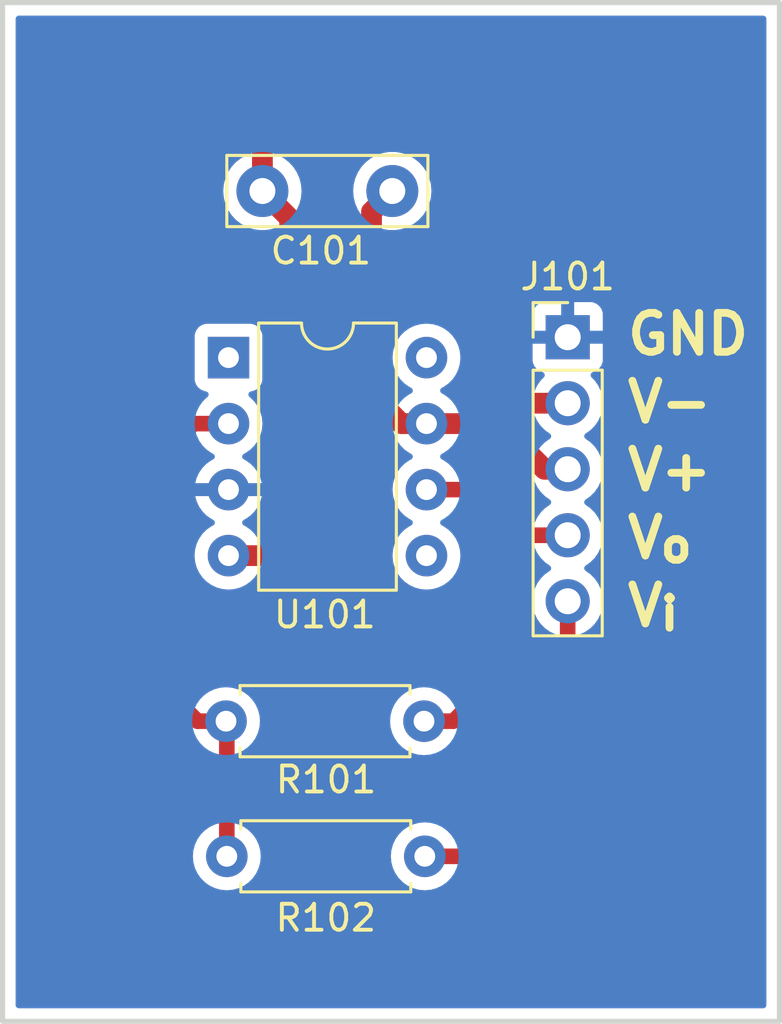
<source format=kicad_pcb>
(kicad_pcb (version 20240108) (generator "pcbnew") (generator_version "8.0")
  (layers (0 "F.Cu" signal) (31 "B.Cu" signal) (34 "B.Paste" user) (35 "F.Paste" user) (36 "B.SilkS" user "B.Silkscreen") (37 "F.SilkS" user "F.Silkscreen") (38 "B.Mask" user) (39 "F.Mask" user) (44 "Edge.Cuts" user))
  (net 0 "")
  (net 1 "V+")
  (net 2 "V-")
  (net 3 "GND")
  (net 4 "VOUT")
  (net 5 "VIN")
  (net 6 "Net-(U101--)")
  (footprint "Package_DIP:DIP-8_W7.62mm" (layer "F.Cu") (at 113.245 62.01)
    (property "Reference" "U101" (at 3.705 9.89 0) (layer "F.SilkS"))
    (property "Value" "LM741")
    (fp_line (start 1.16 -1.33) (end 1.16 8.95) (stroke (width 0.12)) (layer "F.SilkS"))
    (fp_line (start 1.16 8.95) (end 6.46 8.95) (stroke (width 0.12)) (layer "F.SilkS"))
    (fp_line (start 2.81 -1.33) (end 1.16 -1.33) (stroke (width 0.12)) (layer "F.SilkS"))
    (fp_line (start 6.46 -1.33) (end 4.81 -1.33) (stroke (width 0.12)) (layer "F.SilkS"))
    (fp_line (start 6.46 8.95) (end 6.46 -1.33) (stroke (width 0.12)) (layer "F.SilkS"))
    (fp_arc (start 4.81 -1.33) (mid 3.81 -0.33) (end 2.81 -1.33) (stroke (width 0.12)) (layer "F.SilkS"))
    (pad "1" thru_hole rect (at 0 0) (size 1.6 1.6) (drill 0.8) (layers "*.Cu" "*.Mask"))
    (pad "2" thru_hole oval (at 0 2.54) (size 1.6 1.6) (drill 0.8) (layers "*.Cu" "*.Mask") (net 6 "Net-(U101--)"))
    (pad "3" thru_hole oval (at 0 5.08) (size 1.6 1.6) (drill 0.8) (layers "*.Cu" "*.Mask") (net 3 "GND"))
    (pad "4" thru_hole oval (at 0 7.62) (size 1.6 1.6) (drill 0.8) (layers "*.Cu" "*.Mask") (net 2 "V-"))
    (pad "5" thru_hole oval (at 7.62 7.62) (size 1.6 1.6) (drill 0.8) (layers "*.Cu" "*.Mask"))
    (pad "6" thru_hole oval (at 7.62 5.08) (size 1.6 1.6) (drill 0.8) (layers "*.Cu" "*.Mask") (net 4 "VOUT"))
    (pad "7" thru_hole oval (at 7.62 2.54) (size 1.6 1.6) (drill 0.8) (layers "*.Cu" "*.Mask") (net 1 "V+"))
    (pad "8" thru_hole oval (at 7.62 0) (size 1.6 1.6) (drill 0.8) (layers "*.Cu" "*.Mask"))
  )
  (footprint "Resistor_THT:R_Axial_DIN0207_L6.3mm_D2.5mm_P7.62mm_Horizontal" (layer "F.Cu") (at 120.8 81.2 180)
    (property "Reference" "R102" (at 3.81 -2.37 360) (layer "F.SilkS"))
    (property "Value" "10k")
    (fp_line (start 7.08 1.37) (end 7.08 1.04) (stroke (width 0.12)) (layer "F.SilkS"))
    (fp_line (start 7.08 -1.37) (end 7.08 -1.04) (stroke (width 0.12)) (layer "F.SilkS"))
    (fp_line (start 0.54 1.37) (end 7.08 1.37) (stroke (width 0.12)) (layer "F.SilkS"))
    (fp_line (start 0.54 1.04) (end 0.54 1.37) (stroke (width 0.12)) (layer "F.SilkS"))
    (fp_line (start 0.54 -1.04) (end 0.54 -1.37) (stroke (width 0.12)) (layer "F.SilkS"))
    (fp_line (start 0.54 -1.37) (end 7.08 -1.37) (stroke (width 0.12)) (layer "F.SilkS"))
    (pad "1" thru_hole circle (at 0 0 180) (size 1.6 1.6) (drill 0.8) (layers "*.Cu" "*.Mask") (net 5 "VIN"))
    (pad "2" thru_hole oval (at 7.62 0 180) (size 1.6 1.6) (drill 0.8) (layers "*.Cu" "*.Mask") (net 6 "Net-(U101--)"))
  )
  (footprint "Resistor_THT:R_Axial_DIN0207_L6.3mm_D2.5mm_P7.62mm_Horizontal" (layer "F.Cu") (at 113.15 76)
    (property "Reference" "R101" (at 3.85 2.25 360) (layer "F.SilkS"))
    (property "Value" "10k")
    (fp_line (start 0.54 -1.37) (end 7.08 -1.37) (stroke (width 0.12)) (layer "F.SilkS"))
    (fp_line (start 0.54 -1.04) (end 0.54 -1.37) (stroke (width 0.12)) (layer "F.SilkS"))
    (fp_line (start 0.54 1.04) (end 0.54 1.37) (stroke (width 0.12)) (layer "F.SilkS"))
    (fp_line (start 0.54 1.37) (end 7.08 1.37) (stroke (width 0.12)) (layer "F.SilkS"))
    (fp_line (start 7.08 -1.37) (end 7.08 -1.04) (stroke (width 0.12)) (layer "F.SilkS"))
    (fp_line (start 7.08 1.37) (end 7.08 1.04) (stroke (width 0.12)) (layer "F.SilkS"))
    (pad "1" thru_hole circle (at 0 0) (size 1.6 1.6) (drill 0.8) (layers "*.Cu" "*.Mask") (net 6 "Net-(U101--)"))
    (pad "2" thru_hole oval (at 7.62 0) (size 1.6 1.6) (drill 0.8) (layers "*.Cu" "*.Mask") (net 4 "VOUT"))
  )
  (footprint "Capacitor_THT:C_Disc_D7.5mm_W2.5mm_P5.00mm" (layer "F.Cu") (at 119.55 55.6 180)
    (property "Reference" "C101" (at 2.75 -2.3 360) (layer "F.SilkS"))
    (property "Value" "100n")
    (fp_line (start 6.37 -1.37) (end 6.37 1.37) (stroke (width 0.12)) (layer "F.SilkS"))
    (fp_line (start -1.37 1.37) (end 6.37 1.37) (stroke (width 0.12)) (layer "F.SilkS"))
    (fp_line (start -1.37 -1.37) (end 6.37 -1.37) (stroke (width 0.12)) (layer "F.SilkS"))
    (fp_line (start -1.37 -1.37) (end -1.37 1.37) (stroke (width 0.12)) (layer "F.SilkS"))
    (pad "1" thru_hole circle (at 0 0 180) (size 2 2) (drill 1) (layers "*.Cu" "*.Mask") (net 1 "V+"))
    (pad "2" thru_hole circle (at 5 0 180) (size 2 2) (drill 1) (layers "*.Cu" "*.Mask") (net 2 "V-"))
  )
  (footprint "Connector_PinHeader_2.54mm:PinHeader_1x05_P2.54mm_Vertical" (layer "F.Cu") (at 126.3 61.225)
    (property "Reference" "J101" (at 0 -2.33 360) (layer "F.SilkS"))
    (property "Value" "Conn_01x05_Pin")
    (fp_line (start -1.33 -1.33) (end 0 -1.33) (stroke (width 0.12)) (layer "F.SilkS"))
    (fp_line (start -1.33 0) (end -1.33 -1.33) (stroke (width 0.12)) (layer "F.SilkS"))
    (fp_line (start -1.33 1.27) (end -1.33 11.49) (stroke (width 0.12)) (layer "F.SilkS"))
    (fp_line (start -1.33 1.27) (end 1.33 1.27) (stroke (width 0.12)) (layer "F.SilkS"))
    (fp_line (start -1.33 11.49) (end 1.33 11.49) (stroke (width 0.12)) (layer "F.SilkS"))
    (fp_line (start 1.33 1.27) (end 1.33 11.49) (stroke (width 0.12)) (layer "F.SilkS"))
    (pad "1" thru_hole rect (at 0 0) (size 1.7 1.7) (drill 1) (layers "*.Cu" "*.Mask") (net 3 "GND"))
    (pad "2" thru_hole oval (at 0 2.54) (size 1.7 1.7) (drill 1) (layers "*.Cu" "*.Mask") (net 2 "V-"))
    (pad "3" thru_hole oval (at 0 5.08) (size 1.7 1.7) (drill 1) (layers "*.Cu" "*.Mask") (net 1 "V+"))
    (pad "4" thru_hole oval (at 0 7.62) (size 1.7 1.7) (drill 1) (layers "*.Cu" "*.Mask") (net 4 "VOUT"))
    (pad "5" thru_hole oval (at 0 10.16) (size 1.7 1.7) (drill 1) (layers "*.Cu" "*.Mask") (net 5 "VIN"))
  )
  (gr_rect (start 104.55 48.35) (end 134.45 87.55) (stroke (width 0.2)) (fill none) (layer "Edge.Cuts"))
  (gr_text "GND" (at 128.45 61.9875 0) (layer "F.SilkS") (effects (font (size 1.5 1.5) (thickness 0.3) (bold yes)) (justify left bottom)))
  (gr_text "V_{o}" (at 128.45 69.825 0) (layer "F.SilkS") (effects (font (size 1.5 1.5) (thickness 0.3) (bold yes)) (justify left bottom)))
  (gr_text "V_{i}" (at 128.45 72.4375 0) (layer "F.SilkS") (effects (font (size 1.5 1.5) (thickness 0.3) (bold yes)) (justify left bottom)))
  (gr_text "V-" (at 128.45 64.6 0) (layer "F.SilkS") (effects (font (size 1.5 1.5) (thickness 0.3) (bold yes)) (justify left bottom)))
  (gr_text "V+" (at 128.45 67.2125 0) (layer "F.SilkS") (effects (font (size 1.5 1.5) (thickness 0.3) (bold yes)) (justify left bottom)))
  (segment (start 118.75 56.4) (end 118.75 63.4) (width 0.8) (layer "F.Cu") (net 1))
  (segment (start 119.9 64.55) (end 120.865 64.55) (width 0.8) (layer "F.Cu") (net 1))
  (segment (start 120.865 64.55) (end 123.65 64.55) (width 0.8) (layer "F.Cu") (net 1))
  (segment (start 125.405 66.305) (end 126.3 66.305) (width 0.8) (layer "F.Cu") (net 1))
  (segment (start 118.75 63.4) (end 119.9 64.55) (width 0.8) (layer "F.Cu") (net 1))
  (segment (start 123.65 64.55) (end 125.405 66.305) (width 0.8) (layer "F.Cu") (net 1))
  (segment (start 119.55 55.6) (end 118.75 56.4) (width 0.8) (layer "F.Cu") (net 1))
  (segment (start 114.55 53.85) (end 114.55 55.6) (width 0.8) (layer "F.Cu") (net 2))
  (segment (start 115.75 52.65) (end 114.55 53.85) (width 0.8) (layer "F.Cu") (net 2))
  (segment (start 126.3 63.765) (end 124.865 63.765) (width 0.8) (layer "F.Cu") (net 2))
  (segment (start 114.52 69.63) (end 113.245 69.63) (width 0.8) (layer "F.Cu") (net 2))
  (segment (start 123.1 62) (end 123.1 54.1) (width 0.8) (layer "F.Cu") (net 2))
  (segment (start 124.865 63.765) (end 123.1 62) (width 0.8) (layer "F.Cu") (net 2))
  (segment (start 115.6 56.65) (end 115.6 68.55) (width 0.8) (layer "F.Cu") (net 2))
  (segment (start 123.1 54.1) (end 121.65 52.65) (width 0.8) (layer "F.Cu") (net 2))
  (segment (start 121.65 52.65) (end 115.75 52.65) (width 0.8) (layer "F.Cu") (net 2))
  (segment (start 114.55 55.6) (end 115.6 56.65) (width 0.8) (layer "F.Cu") (net 2))
  (segment (start 115.6 68.55) (end 114.52 69.63) (width 0.8) (layer "F.Cu") (net 2))
  (segment (start 126.3 68.845) (end 124.395 68.845) (width 0.6) (layer "F.Cu") (net 4))
  (segment (start 120.77 76) (end 121.9 76) (width 0.6) (layer "F.Cu") (net 4))
  (segment (start 121.9 76) (end 122.85 75.05) (width 0.6) (layer "F.Cu") (net 4))
  (segment (start 124.405 68.845) (end 126.3 68.845) (width 0.6) (layer "F.Cu") (net 4))
  (segment (start 122.64 67.09) (end 120.865 67.09) (width 0.6) (layer "F.Cu") (net 4))
  (segment (start 122.85 75.05) (end 122.85 70.4) (width 0.6) (layer "F.Cu") (net 4))
  (segment (start 124.395 68.845) (end 122.64 67.09) (width 0.6) (layer "F.Cu") (net 4))
  (segment (start 122.85 70.4) (end 124.405 68.845) (width 0.6) (layer "F.Cu") (net 4))
  (segment (start 120.8 81.2) (end 123.75 81.2) (width 0.6) (layer "F.Cu") (net 5))
  (segment (start 126.3 78.65) (end 126.3 71.385) (width 0.6) (layer "F.Cu") (net 5))
  (segment (start 123.75 81.2) (end 126.3 78.65) (width 0.6) (layer "F.Cu") (net 5))
  (segment (start 112.05 76) (end 113.15 76) (width 0.6) (layer "F.Cu") (net 6))
  (segment (start 113.245 64.55) (end 111.9 64.55) (width 0.6) (layer "F.Cu") (net 6))
  (segment (start 110.65 74.6) (end 112.05 76) (width 0.6) (layer "F.Cu") (net 6))
  (segment (start 110.65 65.8) (end 110.65 74.6) (width 0.6) (layer "F.Cu") (net 6))
  (segment (start 111.9 64.55) (end 110.65 65.8) (width 0.6) (layer "F.Cu") (net 6))
  (segment (start 113.18 81.2) (end 113.18 76.03) (width 0.6) (layer "F.Cu") (net 6))
  (segment (start 113.18 76.03) (end 113.15 76) (width 0.6) (layer "F.Cu") (net 6))
  (zone (net 3) (net_name "GND") (layer "B.Cu") (connect_pads (clearance 0.5)) (min_thickness 0.25) (fill yes (thermal_gap 0.5) (thermal_bridge_width 0.5))
    (polygon (pts (xy 104.55 48.35) (xy 134.45 48.35) (xy 134.45 87.55) (xy 104.55 87.55)))
  )
)
</source>
